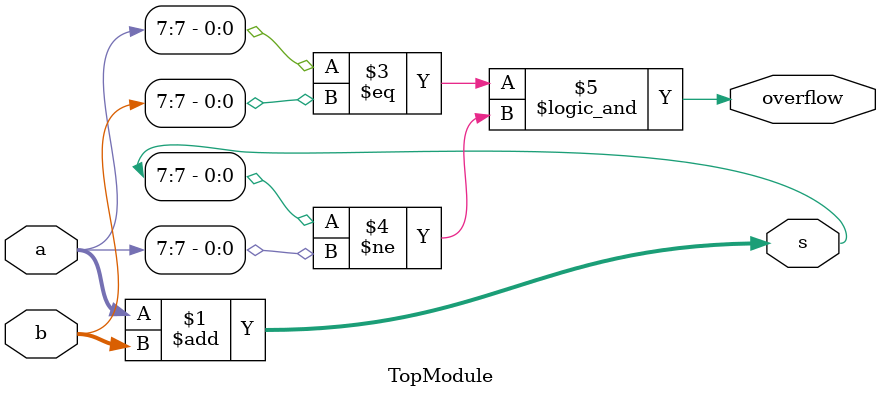
<source format=sv>

module TopModule (
  input [7:0] a,
  input [7:0] b,
  output [7:0] s,
  output overflow
);
assign s = a + b;

always @(*) begin
    overflow = (a[7] == b[7]) && (s[7] != a[7]);
end

endmodule

</source>
